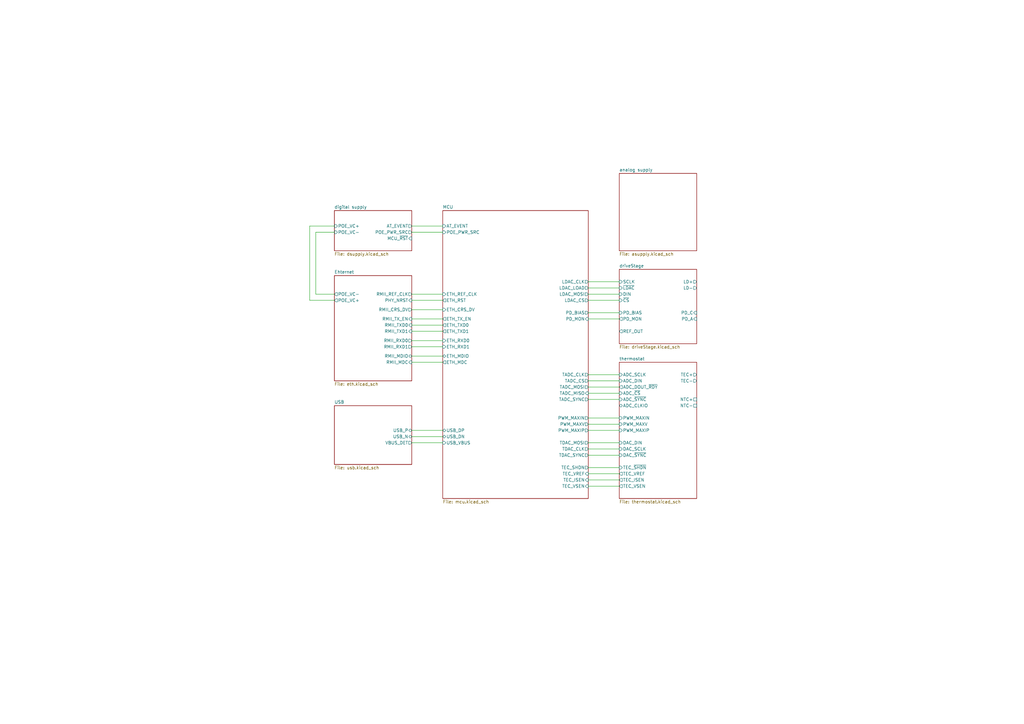
<source format=kicad_sch>
(kicad_sch (version 20211123) (generator eeschema)
  (paper "A3")
  (title_block (title "Kirdy") (date "2022-07-03") (rev "r0.1") (company "M-Labs") (comment 1 "Alex Wong Tat Hang"))
  (lib_symbols)
  (wire (pts (xy 168.91 181.61) (xy 181.61 181.61)))
  (wire (pts (xy 241.3 173.99) (xy 254 173.99)))
  (wire (pts (xy 241.3 181.61) (xy 254 181.61)))
  (wire (pts (xy 168.91 130.81) (xy 181.61 130.81)))
  (wire (pts (xy 241.3 153.67) (xy 254 153.67)))
  (wire (pts (xy 168.91 179.07) (xy 181.61 179.07)))
  (wire (pts (xy 241.3 163.83) (xy 254 163.83)))
  (wire (pts (xy 168.91 120.65) (xy 181.61 120.65)))
  (wire (pts (xy 241.3 176.53) (xy 254 176.53)))
  (wire (pts (xy 168.91 146.05) (xy 181.61 146.05)))
  (wire (pts (xy 241.3 199.39) (xy 254 199.39)))
  (wire (pts (xy 241.3 156.21) (xy 254 156.21)))
  (wire (pts (xy 127 123.19) (xy 127 92.71)))
  (wire (pts (xy 241.3 171.45) (xy 254 171.45)))
  (wire (pts (xy 241.3 194.31) (xy 254 194.31)))
  (wire (pts (xy 241.3 184.15) (xy 254 184.15)))
  (wire (pts (xy 168.91 127) (xy 181.61 127)))
  (wire (pts (xy 168.91 176.53) (xy 181.61 176.53)))
  (wire (pts (xy 168.91 92.71) (xy 181.61 92.71)))
  (wire (pts (xy 168.91 95.25) (xy 181.61 95.25)))
  (wire (pts (xy 129.54 120.65) (xy 129.54 95.25)))
  (wire (pts (xy 168.91 135.89) (xy 181.61 135.89)))
  (wire (pts (xy 241.3 118.11) (xy 254 118.11)))
  (wire (pts (xy 129.54 95.25) (xy 137.16 95.25)))
  (wire (pts (xy 168.91 123.19) (xy 181.61 123.19)))
  (wire (pts (xy 168.91 133.35) (xy 181.61 133.35)))
  (wire (pts (xy 137.16 123.19) (xy 127 123.19)))
  (wire (pts (xy 168.91 139.7) (xy 181.61 139.7)))
  (wire (pts (xy 241.3 120.65) (xy 254 120.65)))
  (wire (pts (xy 241.3 158.75) (xy 254 158.75)))
  (wire (pts (xy 241.3 130.81) (xy 254 130.81)))
  (wire (pts (xy 241.3 191.77) (xy 254 191.77)))
  (wire (pts (xy 241.3 128.27) (xy 254 128.27)))
  (wire (pts (xy 241.3 186.69) (xy 254 186.69)))
  (wire (pts (xy 241.3 161.29) (xy 254 161.29)))
  (wire (pts (xy 241.3 123.19) (xy 254 123.19)))
  (wire (pts (xy 127 92.71) (xy 137.16 92.71)))
  (wire (pts (xy 137.16 120.65) (xy 129.54 120.65)))
  (wire (pts (xy 168.91 148.59) (xy 181.61 148.59)))
  (wire (pts (xy 241.3 196.85) (xy 254 196.85)))
  (wire (pts (xy 241.3 115.57) (xy 254 115.57)))
  (wire (pts (xy 168.91 142.24) (xy 181.61 142.24)))
  (sheet (at 137.16 113.03) (size 31.75 43.18) (stroke (width 0.1524))
    (property "Sheet name" "Ehternet" (at 137.16 112.3184 0) (effects (justify left bottom)))
    (property "Sheet file" "eth.kicad_sch" (at 137.16 156.7946 0) (effects (justify left top)))
    (pin "RMII_MDIO" bidirectional (at 168.91 146.05 0))
    (pin "PHY_NRST" input (at 168.91 123.19 0))
    (pin "RMII_MDC" input (at 168.91 148.59 0))
    (pin "RMII_CRS_DV" output (at 168.91 127 0))
    (pin "RMII_TX_EN" input (at 168.91 130.81 0))
    (pin "RMII_TXD0" input (at 168.91 133.35 0))
    (pin "RMII_TXD1" input (at 168.91 135.89 0))
    (pin "RMII_RXD0" output (at 168.91 139.7 0))
    (pin "RMII_RXD1" output (at 168.91 142.24 0))
    (pin "POE_VC-" output (at 137.16 120.65 180))
    (pin "POE_VC+" output (at 137.16 123.19 180))
    (pin "RMII_REF_CLK" output (at 168.91 120.65 0))
  )
  (sheet (at 137.16 166.37) (size 31.75 24.13) (stroke (width 0.1524))
    (property "Sheet name" "USB" (at 137.16 165.6584 0) (effects (justify left bottom)))
    (property "Sheet file" "usb.kicad_sch" (at 137.16 191.0846 0) (effects (justify left top)))
    (pin "USB_N" bidirectional (at 168.91 179.07 0))
    (pin "USB_P" bidirectional (at 168.91 176.53 0))
    (pin "VBUS_DET" output (at 168.91 181.61 0))
  )
  (sheet (at 254 110.49) (size 31.75 30.48) (stroke (width 0.1524))
    (property "Sheet name" "driveStage" (at 254 109.7784 0) (effects (justify left bottom)))
    (property "Sheet file" "driveStage.kicad_sch" (at 254 141.5546 0) (effects (justify left top)))
    (pin "LD-" output (at 285.75 118.11 0))
    (pin "LD+" output (at 285.75 115.57 0))
    (pin "REF_OUT" output (at 254 135.89 180))
    (pin "SCLK" input (at 254 115.57 180))
    (pin "DIN" input (at 254 120.65 180))
    (pin "~{LDAC}" input (at 254 118.11 180))
    (pin "~{CS}" input (at 254 123.19 180))
    (pin "PD_A" input (at 285.75 130.81 0))
    (pin "PD_C" input (at 285.75 128.27 0))
    (pin "PD_BIAS" input (at 254 128.27 180))
    (pin "PD_MON" output (at 254 130.81 180))
  )
  (sheet (at 137.16 86.36) (size 31.75 16.51) (stroke (width 0.1524))
    (property "Sheet name" "digital supply" (at 137.16 85.6484 0) (effects (justify left bottom)))
    (property "Sheet file" "dsupply.kicad_sch" (at 137.16 103.4546 0) (effects (justify left top)))
    (pin "POE_VC-" input (at 137.16 95.25 180))
    (pin "MCU_~{RST}" input (at 168.91 97.79 0))
    (pin "POE_VC+" input (at 137.16 92.71 180))
    (pin "POE_PWR_SRC" output (at 168.91 95.25 0))
    (pin "AT_EVENT" output (at 168.91 92.71 0))
  )
  (sheet (at 254 148.59) (size 31.75 55.88) (stroke (width 0.1524))
    (property "Sheet name" "thermostat" (at 254 147.8784 0) (effects (justify left bottom)))
    (property "Sheet file" "thermostat.kicad_sch" (at 254 205.0546 0) (effects (justify left top)))
    (pin "TEC-" output (at 285.75 156.21 0))
    (pin "TEC+" output (at 285.75 153.67 0))
    (pin "NTC-" passive (at 285.75 166.37 0))
    (pin "NTC+" passive (at 285.75 163.83 0))
    (pin "DAC_~{SYNC}" input (at 254 186.69 180))
    (pin "DAC_SCLK" input (at 254 184.15 180))
    (pin "DAC_DIN" input (at 254 181.61 180))
    (pin "PWM_MAXV" input (at 254 173.99 180))
    (pin "ADC_SCLK" input (at 254 153.67 180))
    (pin "ADC_DIN" input (at 254 156.21 180))
    (pin "ADC_DOUT_~{RDY}" output (at 254 158.75 180))
    (pin "ADC_~{CS}" input (at 254 161.29 180))
    (pin "ADC_~{SYNC}" input (at 254 163.83 180))
    (pin "ADC_CLKIO" bidirectional (at 254 166.37 180))
    (pin "PWM_MAXIN" input (at 254 171.45 180))
    (pin "PWM_MAXIP" input (at 254 176.53 180))
    (pin "TEC_~{SHDN}" input (at 254 191.77 180))
    (pin "TEC_ISEN" output (at 254 196.85 180))
    (pin "TEC_VREF" output (at 254 194.31 180))
    (pin "TEC_VSEN" output (at 254 199.39 180))
  )
  (sheet (at 254 71.12) (size 31.75 31.75) (stroke (width 0.1524))
    (property "Sheet name" "analog supply" (at 254 70.4084 0) (effects (justify left bottom)))
    (property "Sheet file" "asupply.kicad_sch" (at 254 103.4546 0) (effects (justify left top)))
  )
  (sheet (at 181.61 86.36) (size 59.69 118.11) (stroke (width 0.1524))
    (property "Sheet name" "MCU" (at 181.61 85.6484 0) (effects (justify left bottom)))
    (property "Sheet file" "mcu.kicad_sch" (at 181.61 205.0546 0) (effects (justify left top)))
    (pin "ETH_RST" output (at 181.61 123.19 180))
    (pin "ETH_MDIO" bidirectional (at 181.61 146.05 180))
    (pin "PD_MON" input (at 241.3 130.81 0))
    (pin "PD_BIAS" output (at 241.3 128.27 0))
    (pin "TEC_SHDN" output (at 241.3 191.77 0))
    (pin "TEC_VREF" input (at 241.3 194.31 0))
    (pin "ETH_CRS_DV" input (at 181.61 127 180))
    (pin "USB_VBUS" input (at 181.61 181.61 180))
    (pin "TEC_ISEN" input (at 241.3 196.85 0))
    (pin "TEC_VSEN" input (at 241.3 199.39 0))
    (pin "USB_DP" bidirectional (at 181.61 176.53 180))
    (pin "USB_DN" bidirectional (at 181.61 179.07 180))
    (pin "TADC_CS" output (at 241.3 156.21 0))
    (pin "LDAC_CLK" output (at 241.3 115.57 0))
    (pin "ETH_TX_EN" output (at 181.61 130.81 180))
    (pin "ETH_TXD0" output (at 181.61 133.35 180))
    (pin "ETH_TXD1" output (at 181.61 135.89 180))
    (pin "LDAC_LOAD" output (at 241.3 118.11 0))
    (pin "AT_EVENT" input (at 181.61 92.71 180))
    (pin "POE_PWR_SRC" input (at 181.61 95.25 180))
    (pin "ETH_RXD0" input (at 181.61 139.7 180))
    (pin "ETH_RXD1" input (at 181.61 142.24 180))
    (pin "LDAC_MOSI" output (at 241.3 120.65 0))
    (pin "TADC_MOSI" output (at 241.3 158.75 0))
    (pin "TADC_MISO" input (at 241.3 161.29 0))
    (pin "PWM_MAXIP" output (at 241.3 176.53 0))
    (pin "ETH_MDC" output (at 181.61 148.59 180))
    (pin "LDAC_CS" output (at 241.3 123.19 0))
    (pin "TADC_SYNC" output (at 241.3 163.83 0))
    (pin "TDAC_CLK" output (at 241.3 184.15 0))
    (pin "TDAC_SYNC" output (at 241.3 186.69 0))
    (pin "TDAC_MOSI" output (at 241.3 181.61 0))
    (pin "PWM_MAXIN" output (at 241.3 171.45 0))
    (pin "PWM_MAXV" output (at 241.3 173.99 0))
    (pin "TADC_CLK" output (at 241.3 153.67 0))
    (pin "ETH_REF_CLK" input (at 181.61 120.65 180))
  )
)
</source>
